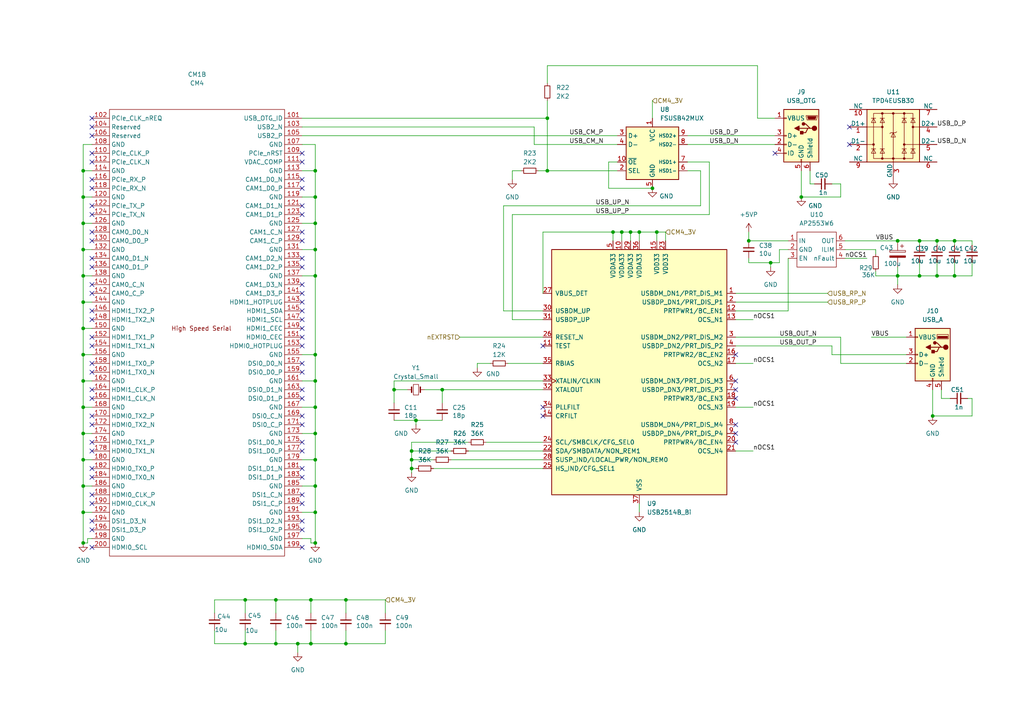
<source format=kicad_sch>
(kicad_sch (version 20231120) (generator "eeschema") (generator_version "8.0")
  (paper "A4")
  (title_block (title "Open Pedalboard Mainboard") (date "2024-10-16") (rev "4.0.1-RC") (company "https://github.com/pedalboard") (comment 1 "Source Code: https://github.com/pedalboard/pedalboard-hw") (comment 2 "License: CERN Open Hardware Licence Version 2 - Permissive") (comment 3 "Git commit hash: ${GIT_HASH}"))
  (junction (at 276.86 69.85))
  (junction (at 185.42 67.31))
  (junction (at 24.13 57.15))
  (junction (at 182.88 67.31))
  (junction (at 190.5 67.31))
  (junction (at 91.44 157.48))
  (junction (at 24.13 148.59))
  (junction (at 189.23 54.61))
  (junction (at 91.44 80.01))
  (junction (at 223.52 76.2))
  (junction (at 80.01 173.99))
  (junction (at 217.17 69.85))
  (junction (at 271.78 69.85))
  (junction (at 91.44 148.59))
  (junction (at 86.36 186.69))
  (junction (at 24.13 80.01))
  (junction (at 24.13 110.49))
  (junction (at 91.44 72.39))
  (junction (at 260.35 80.01))
  (junction (at 270.51 120.65))
  (junction (at 91.44 133.35))
  (junction (at 100.33 173.99))
  (junction (at 24.13 133.35))
  (junction (at 119.38 135.89))
  (junction (at 24.13 64.77))
  (junction (at 91.44 102.87))
  (junction (at 91.44 110.49))
  (junction (at 260.35 69.85))
  (junction (at 114.3 113.03))
  (junction (at 24.13 102.87))
  (junction (at 180.34 67.31))
  (junction (at 91.44 57.15))
  (junction (at 119.38 133.35))
  (junction (at 158.75 34.29))
  (junction (at 24.13 72.39))
  (junction (at 232.41 57.15))
  (junction (at 120.65 121.92))
  (junction (at 24.13 49.53))
  (junction (at 24.13 87.63))
  (junction (at 24.13 157.48))
  (junction (at 71.12 186.69))
  (junction (at 128.27 113.03))
  (junction (at 90.17 186.69))
  (junction (at 80.01 186.69))
  (junction (at 266.7 80.01))
  (junction (at 266.7 69.85))
  (junction (at 91.44 64.77))
  (junction (at 91.44 118.11))
  (junction (at 24.13 118.11))
  (junction (at 24.13 140.97))
  (junction (at 100.33 186.69))
  (junction (at 91.44 125.73))
  (junction (at 158.75 49.53))
  (junction (at 91.44 140.97))
  (junction (at 276.86 80.01))
  (junction (at 119.38 130.81))
  (junction (at 177.8 67.31))
  (junction (at 271.78 80.01))
  (junction (at 24.13 95.25))
  (junction (at 91.44 49.53))
  (junction (at 90.17 173.99))
  (junction (at 24.13 125.73))
  (junction (at 71.12 173.99))
  (no_connect (at 26.67 113.03))
  (no_connect (at 26.67 62.23))
  (no_connect (at 26.67 82.55))
  (no_connect (at 87.63 92.71))
  (no_connect (at 87.63 138.43))
  (no_connect (at 26.67 120.65))
  (no_connect (at 26.67 36.83))
  (no_connect (at 213.36 125.73))
  (no_connect (at 87.63 120.65))
  (no_connect (at 26.67 158.75))
  (no_connect (at 87.63 59.69))
  (no_connect (at 26.67 54.61))
  (no_connect (at 157.48 100.33))
  (no_connect (at 157.48 118.11))
  (no_connect (at 213.36 115.57))
  (no_connect (at 26.67 115.57))
  (no_connect (at 87.63 77.47))
  (no_connect (at 87.63 107.95))
  (no_connect (at 26.67 153.67))
  (no_connect (at 246.38 36.83))
  (no_connect (at 26.67 143.51))
  (no_connect (at 87.63 115.57))
  (no_connect (at 87.63 105.41))
  (no_connect (at 87.63 97.79))
  (no_connect (at 87.63 74.93))
  (no_connect (at 26.67 146.05))
  (no_connect (at 87.63 95.25))
  (no_connect (at 87.63 52.07))
  (no_connect (at 87.63 62.23))
  (no_connect (at 246.38 41.91))
  (no_connect (at 26.67 138.43))
  (no_connect (at 26.67 130.81))
  (no_connect (at 87.63 44.45))
  (no_connect (at 213.36 102.87))
  (no_connect (at 87.63 128.27))
  (no_connect (at 87.63 151.13))
  (no_connect (at 87.63 87.63))
  (no_connect (at 26.67 151.13))
  (no_connect (at 87.63 69.85))
  (no_connect (at 157.48 120.65))
  (no_connect (at 26.67 100.33))
  (no_connect (at 87.63 90.17))
  (no_connect (at 87.63 143.51))
  (no_connect (at 26.67 69.85))
  (no_connect (at 87.63 67.31))
  (no_connect (at 26.67 34.29))
  (no_connect (at 87.63 85.09))
  (no_connect (at 26.67 59.69))
  (no_connect (at 87.63 153.67))
  (no_connect (at 87.63 100.33))
  (no_connect (at 213.36 113.03))
  (no_connect (at 26.67 46.99))
  (no_connect (at 87.63 158.75))
  (no_connect (at 26.67 52.07))
  (no_connect (at 87.63 123.19))
  (no_connect (at 87.63 54.61))
  (no_connect (at 213.36 110.49))
  (no_connect (at 26.67 105.41))
  (no_connect (at 26.67 44.45))
  (no_connect (at 26.67 85.09))
  (no_connect (at 213.36 123.19))
  (no_connect (at 26.67 39.37))
  (no_connect (at 87.63 46.99))
  (no_connect (at 87.63 146.05))
  (no_connect (at 26.67 123.19))
  (no_connect (at 87.63 113.03))
  (no_connect (at 26.67 135.89))
  (no_connect (at 87.63 82.55))
  (no_connect (at 87.63 130.81))
  (no_connect (at 26.67 90.17))
  (no_connect (at 224.79 44.45))
  (no_connect (at 87.63 135.89))
  (no_connect (at 26.67 77.47))
  (no_connect (at 26.67 128.27))
  (no_connect (at 26.67 107.95))
  (no_connect (at 26.67 97.79))
  (no_connect (at 26.67 92.71))
  (no_connect (at 26.67 67.31))
  (no_connect (at 26.67 74.93))
  (no_connect (at 213.36 128.27))
  (wire (pts (xy 280.67 115.57) (xy 281.94 115.57)))
  (wire (pts (xy 111.76 177.8) (xy 111.76 173.99)))
  (wire (pts (xy 26.67 95.25) (xy 24.13 95.25)))
  (wire (pts (xy 213.36 87.63) (xy 240.03 87.63)))
  (wire (pts (xy 180.34 67.31) (xy 180.34 69.85)))
  (wire (pts (xy 100.33 177.8) (xy 100.33 173.99)))
  (wire (pts (xy 71.12 186.69) (xy 80.01 186.69)))
  (wire (pts (xy 87.63 72.39) (xy 91.44 72.39)))
  (wire (pts (xy 177.8 67.31) (xy 180.34 67.31)))
  (wire (pts (xy 254 80.01) (xy 254 78.74)))
  (wire (pts (xy 91.44 49.53) (xy 91.44 57.15)))
  (wire (pts (xy 26.67 140.97) (xy 24.13 140.97)))
  (wire (pts (xy 26.67 57.15) (xy 24.13 57.15)))
  (wire (pts (xy 91.44 133.35) (xy 91.44 140.97)))
  (wire (pts (xy 271.78 69.85) (xy 271.78 71.12)))
  (wire (pts (xy 148.59 92.71) (xy 157.48 92.71)))
  (wire (pts (xy 91.44 80.01) (xy 91.44 102.87)))
  (wire (pts (xy 148.59 49.53) (xy 148.59 52.07)))
  (wire (pts (xy 87.63 148.59) (xy 91.44 148.59)))
  (wire (pts (xy 158.75 49.53) (xy 179.07 49.53)))
  (wire (pts (xy 185.42 67.31) (xy 185.42 69.85)))
  (wire (pts (xy 146.05 90.17) (xy 157.48 90.17)))
  (wire (pts (xy 24.13 125.73) (xy 24.13 133.35)))
  (wire (pts (xy 24.13 118.11) (xy 24.13 125.73)))
  (wire (pts (xy 217.17 76.2) (xy 223.52 76.2)))
  (wire (pts (xy 87.63 57.15) (xy 91.44 57.15)))
  (wire (pts (xy 271.78 69.85) (xy 276.86 69.85)))
  (wire (pts (xy 62.23 173.99) (xy 71.12 173.99)))
  (wire (pts (xy 123.19 113.03) (xy 128.27 113.03)))
  (wire (pts (xy 276.86 69.85) (xy 281.94 69.85)))
  (wire (pts (xy 24.13 110.49) (xy 24.13 118.11)))
  (wire (pts (xy 270.51 120.65) (xy 281.94 120.65)))
  (wire (pts (xy 260.35 69.85) (xy 266.7 69.85)))
  (wire (pts (xy 24.13 49.53) (xy 24.13 57.15)))
  (wire (pts (xy 87.63 118.11) (xy 91.44 118.11)))
  (wire (pts (xy 87.63 125.73) (xy 91.44 125.73)))
  (wire (pts (xy 182.88 67.31) (xy 182.88 69.85)))
  (wire (pts (xy 133.35 97.79) (xy 157.48 97.79)))
  (wire (pts (xy 62.23 182.88) (xy 62.23 186.69)))
  (wire (pts (xy 87.63 102.87) (xy 91.44 102.87)))
  (wire (pts (xy 217.17 67.31) (xy 217.17 69.85)))
  (wire (pts (xy 24.13 102.87) (xy 24.13 110.49)))
  (wire (pts (xy 236.22 53.34) (xy 234.95 53.34)))
  (wire (pts (xy 24.13 148.59) (xy 24.13 157.48)))
  (wire (pts (xy 241.3 102.87) (xy 241.3 100.33)))
  (wire (pts (xy 142.24 105.41) (xy 138.43 105.41)))
  (wire (pts (xy 119.38 135.89) (xy 120.65 135.89)))
  (wire (pts (xy 205.74 62.23) (xy 148.59 62.23)))
  (wire (pts (xy 213.36 118.11) (xy 218.44 118.11)))
  (wire (pts (xy 266.7 69.85) (xy 266.7 71.12)))
  (wire (pts (xy 276.86 69.85) (xy 276.86 71.12)))
  (wire (pts (xy 26.67 72.39) (xy 24.13 72.39)))
  (wire (pts (xy 87.63 34.29) (xy 158.75 34.29)))
  (wire (pts (xy 130.81 133.35) (xy 157.48 133.35)))
  (wire (pts (xy 24.13 49.53) (xy 26.67 49.53)))
  (wire (pts (xy 158.75 19.05) (xy 158.75 24.13)))
  (wire (pts (xy 62.23 186.69) (xy 71.12 186.69)))
  (wire (pts (xy 157.48 85.09) (xy 157.48 67.31)))
  (wire (pts (xy 25.4 156.21) (xy 25.4 157.48)))
  (wire (pts (xy 273.05 115.57) (xy 275.59 115.57)))
  (wire (pts (xy 91.44 72.39) (xy 91.44 80.01)))
  (wire (pts (xy 245.11 69.85) (xy 260.35 69.85)))
  (wire (pts (xy 26.67 102.87) (xy 24.13 102.87)))
  (wire (pts (xy 87.63 140.97) (xy 91.44 140.97)))
  (wire (pts (xy 189.23 29.21) (xy 189.23 34.29)))
  (wire (pts (xy 87.63 64.77) (xy 91.44 64.77)))
  (wire (pts (xy 26.67 125.73) (xy 24.13 125.73)))
  (wire (pts (xy 86.36 186.69) (xy 90.17 186.69)))
  (wire (pts (xy 135.89 128.27) (xy 119.38 128.27)))
  (wire (pts (xy 71.12 182.88) (xy 71.12 186.69)))
  (wire (pts (xy 25.4 157.48) (xy 24.13 157.48)))
  (wire (pts (xy 213.36 105.41) (xy 218.44 105.41)))
  (wire (pts (xy 24.13 140.97) (xy 24.13 148.59)))
  (wire (pts (xy 87.63 156.21) (xy 90.17 156.21)))
  (wire (pts (xy 254 80.01) (xy 260.35 80.01)))
  (wire (pts (xy 24.13 57.15) (xy 24.13 64.77)))
  (wire (pts (xy 90.17 156.21) (xy 90.17 157.48)))
  (wire (pts (xy 128.27 113.03) (xy 128.27 116.84)))
  (wire (pts (xy 80.01 177.8) (xy 80.01 173.99)))
  (wire (pts (xy 80.01 173.99) (xy 90.17 173.99)))
  (wire (pts (xy 157.48 110.49) (xy 114.3 110.49)))
  (wire (pts (xy 146.05 90.17) (xy 146.05 59.69)))
  (wire (pts (xy 87.63 80.01) (xy 91.44 80.01)))
  (wire (pts (xy 179.07 46.99) (xy 176.53 46.99)))
  (wire (pts (xy 232.41 57.15) (xy 243.84 57.15)))
  (wire (pts (xy 241.3 53.34) (xy 243.84 53.34)))
  (wire (pts (xy 243.84 105.41) (xy 262.89 105.41)))
  (wire (pts (xy 151.13 49.53) (xy 148.59 49.53)))
  (wire (pts (xy 190.5 67.31) (xy 193.04 67.31)))
  (wire (pts (xy 26.67 110.49) (xy 24.13 110.49)))
  (wire (pts (xy 205.74 46.99) (xy 205.74 62.23)))
  (wire (pts (xy 199.39 41.91) (xy 224.79 41.91)))
  (wire (pts (xy 147.32 105.41) (xy 157.48 105.41)))
  (wire (pts (xy 199.39 39.37) (xy 224.79 39.37)))
  (wire (pts (xy 91.44 64.77) (xy 91.44 72.39)))
  (wire (pts (xy 114.3 110.49) (xy 114.3 113.03)))
  (wire (pts (xy 24.13 41.91) (xy 24.13 49.53)))
  (wire (pts (xy 119.38 137.16) (xy 119.38 135.89)))
  (wire (pts (xy 226.06 72.39) (xy 226.06 76.2)))
  (wire (pts (xy 91.44 41.91) (xy 91.44 49.53)))
  (wire (pts (xy 158.75 19.05) (xy 219.71 19.05)))
  (wire (pts (xy 87.63 39.37) (xy 179.07 39.37)))
  (wire (pts (xy 114.3 113.03) (xy 114.3 116.84)))
  (wire (pts (xy 276.86 80.01) (xy 281.94 80.01)))
  (wire (pts (xy 243.84 53.34) (xy 243.84 57.15)))
  (wire (pts (xy 180.34 67.31) (xy 182.88 67.31)))
  (wire (pts (xy 24.13 64.77) (xy 24.13 72.39)))
  (wire (pts (xy 91.44 148.59) (xy 91.44 157.48)))
  (wire (pts (xy 270.51 113.03) (xy 270.51 120.65)))
  (wire (pts (xy 266.7 80.01) (xy 271.78 80.01)))
  (wire (pts (xy 176.53 54.61) (xy 189.23 54.61)))
  (wire (pts (xy 234.95 53.34) (xy 234.95 49.53)))
  (wire (pts (xy 243.84 97.79) (xy 243.84 105.41)))
  (wire (pts (xy 203.2 59.69) (xy 203.2 49.53)))
  (wire (pts (xy 86.36 186.69) (xy 86.36 189.23)))
  (wire (pts (xy 100.33 173.99) (xy 111.76 173.99)))
  (wire (pts (xy 90.17 186.69) (xy 100.33 186.69)))
  (wire (pts (xy 90.17 177.8) (xy 90.17 173.99)))
  (wire (pts (xy 213.36 97.79) (xy 243.84 97.79)))
  (wire (pts (xy 252.73 97.79) (xy 262.89 97.79)))
  (wire (pts (xy 120.65 121.92) (xy 120.65 123.19)))
  (wire (pts (xy 154.94 41.91) (xy 179.07 41.91)))
  (wire (pts (xy 26.67 118.11) (xy 24.13 118.11)))
  (wire (pts (xy 138.43 105.41) (xy 138.43 106.68)))
  (wire (pts (xy 146.05 59.69) (xy 203.2 59.69)))
  (wire (pts (xy 111.76 182.88) (xy 111.76 186.69)))
  (wire (pts (xy 140.97 128.27) (xy 157.48 128.27)))
  (wire (pts (xy 125.73 133.35) (xy 119.38 133.35)))
  (wire (pts (xy 185.42 67.31) (xy 190.5 67.31)))
  (wire (pts (xy 119.38 133.35) (xy 119.38 135.89)))
  (wire (pts (xy 114.3 121.92) (xy 120.65 121.92)))
  (wire (pts (xy 87.63 41.91) (xy 91.44 41.91)))
  (wire (pts (xy 185.42 146.05) (xy 185.42 148.59)))
  (wire (pts (xy 219.71 34.29) (xy 224.79 34.29)))
  (wire (pts (xy 157.48 67.31) (xy 177.8 67.31)))
  (wire (pts (xy 148.59 62.23) (xy 148.59 92.71)))
  (wire (pts (xy 128.27 113.03) (xy 157.48 113.03)))
  (wire (pts (xy 213.36 100.33) (xy 241.3 100.33)))
  (wire (pts (xy 228.6 74.93) (xy 228.6 90.17)))
  (wire (pts (xy 245.11 74.93) (xy 251.46 74.93)))
  (wire (pts (xy 260.35 80.01) (xy 266.7 80.01)))
  (wire (pts (xy 260.35 80.01) (xy 260.35 82.55)))
  (wire (pts (xy 182.88 67.31) (xy 185.42 67.31)))
  (wire (pts (xy 176.53 46.99) (xy 176.53 54.61)))
  (wire (pts (xy 154.94 36.83) (xy 154.94 41.91)))
  (wire (pts (xy 281.94 69.85) (xy 281.94 71.12)))
  (wire (pts (xy 254 73.66) (xy 254 72.39)))
  (wire (pts (xy 213.36 130.81) (xy 218.44 130.81)))
  (wire (pts (xy 203.2 49.53) (xy 199.39 49.53)))
  (wire (pts (xy 91.44 118.11) (xy 91.44 125.73)))
  (wire (pts (xy 26.67 133.35) (xy 24.13 133.35)))
  (wire (pts (xy 130.81 130.81) (xy 119.38 130.81)))
  (wire (pts (xy 273.05 113.03) (xy 273.05 115.57)))
  (wire (pts (xy 87.63 133.35) (xy 91.44 133.35)))
  (wire (pts (xy 91.44 102.87) (xy 91.44 110.49)))
  (wire (pts (xy 24.13 80.01) (xy 24.13 87.63)))
  (wire (pts (xy 100.33 182.88) (xy 100.33 186.69)))
  (wire (pts (xy 156.21 49.53) (xy 158.75 49.53)))
  (wire (pts (xy 125.73 135.89) (xy 157.48 135.89)))
  (wire (pts (xy 26.67 41.91) (xy 24.13 41.91)))
  (wire (pts (xy 135.89 130.81) (xy 157.48 130.81)))
  (wire (pts (xy 90.17 157.48) (xy 91.44 157.48)))
  (wire (pts (xy 24.13 95.25) (xy 24.13 102.87)))
  (wire (pts (xy 190.5 67.31) (xy 190.5 69.85)))
  (wire (pts (xy 228.6 72.39) (xy 226.06 72.39)))
  (wire (pts (xy 217.17 76.2) (xy 217.17 74.93)))
  (wire (pts (xy 281.94 115.57) (xy 281.94 120.65)))
  (wire (pts (xy 276.86 76.2) (xy 276.86 80.01)))
  (wire (pts (xy 26.67 87.63) (xy 24.13 87.63)))
  (wire (pts (xy 219.71 19.05) (xy 219.71 34.29)))
  (wire (pts (xy 80.01 186.69) (xy 86.36 186.69)))
  (wire (pts (xy 262.89 102.87) (xy 241.3 102.87)))
  (wire (pts (xy 71.12 173.99) (xy 80.01 173.99)))
  (wire (pts (xy 177.8 67.31) (xy 177.8 69.85)))
  (wire (pts (xy 199.39 46.99) (xy 205.74 46.99)))
  (wire (pts (xy 87.63 36.83) (xy 154.94 36.83)))
  (wire (pts (xy 91.44 125.73) (xy 91.44 133.35)))
  (wire (pts (xy 91.44 110.49) (xy 91.44 118.11)))
  (wire (pts (xy 62.23 177.8) (xy 62.23 173.99)))
  (wire (pts (xy 213.36 90.17) (xy 228.6 90.17)))
  (wire (pts (xy 91.44 57.15) (xy 91.44 64.77)))
  (wire (pts (xy 26.67 148.59) (xy 24.13 148.59)))
  (wire (pts (xy 87.63 49.53) (xy 91.44 49.53)))
  (wire (pts (xy 266.7 76.2) (xy 266.7 80.01)))
  (wire (pts (xy 266.7 69.85) (xy 271.78 69.85)))
  (wire (pts (xy 100.33 186.69) (xy 111.76 186.69)))
  (wire (pts (xy 217.17 69.85) (xy 228.6 69.85)))
  (wire (pts (xy 120.65 121.92) (xy 128.27 121.92)))
  (wire (pts (xy 158.75 34.29) (xy 158.75 49.53)))
  (wire (pts (xy 223.52 77.47) (xy 223.52 76.2)))
  (wire (pts (xy 87.63 110.49) (xy 91.44 110.49)))
  (wire (pts (xy 24.13 72.39) (xy 24.13 80.01)))
  (wire (pts (xy 223.52 76.2) (xy 226.06 76.2)))
  (wire (pts (xy 24.13 87.63) (xy 24.13 95.25)))
  (wire (pts (xy 26.67 64.77) (xy 24.13 64.77)))
  (wire (pts (xy 260.35 77.47) (xy 260.35 80.01)))
  (wire (pts (xy 91.44 140.97) (xy 91.44 148.59)))
  (wire (pts (xy 90.17 173.99) (xy 100.33 173.99)))
  (wire (pts (xy 281.94 76.2) (xy 281.94 80.01)))
  (wire (pts (xy 254 72.39) (xy 245.11 72.39)))
  (wire (pts (xy 90.17 182.88) (xy 90.17 186.69)))
  (wire (pts (xy 232.41 49.53) (xy 232.41 57.15)))
  (wire (pts (xy 26.67 156.21) (xy 25.4 156.21)))
  (wire (pts (xy 271.78 76.2) (xy 271.78 80.01)))
  (wire (pts (xy 158.75 29.21) (xy 158.75 34.29)))
  (wire (pts (xy 71.12 173.99) (xy 71.12 177.8)))
  (wire (pts (xy 213.36 85.09) (xy 240.03 85.09)))
  (wire (pts (xy 271.78 80.01) (xy 276.86 80.01)))
  (wire (pts (xy 80.01 182.88) (xy 80.01 186.69)))
  (wire (pts (xy 26.67 80.01) (xy 24.13 80.01)))
  (wire (pts (xy 193.04 67.31) (xy 193.04 69.85)))
  (wire (pts (xy 119.38 128.27) (xy 119.38 130.81)))
  (wire (pts (xy 114.3 113.03) (xy 118.11 113.03)))
  (wire (pts (xy 213.36 92.71) (xy 218.44 92.71)))
  (wire (pts (xy 119.38 130.81) (xy 119.38 133.35)))
  (wire (pts (xy 24.13 133.35) (xy 24.13 140.97)))
  (label "USB_OUT_P" (at 226.06 100.33 0))
  (label "USB_D_P" (at 271.78 36.83 0))
  (label "nOCS1" (at 251.46 74.93 180))
  (label "VBUS" (at 252.73 97.79 0))
  (label "nOCS1" (at 218.44 118.11 0))
  (label "USB_UP_P" (at 172.72 62.23 0))
  (label "USB_CM_P" (at 165.1 39.37 0))
  (label "USB_UP_N" (at 172.72 59.69 0))
  (label "USB_OUT_N" (at 226.06 97.79 0))
  (label "nOCS1" (at 218.44 92.71 0))
  (label "VBUS" (at 254 69.85 0))
  (label "USB_D_N" (at 205.74 41.91 0))
  (label "USB_D_N" (at 271.78 41.91 0))
  (label "USB_D_P" (at 205.74 39.37 0))
  (label "nOCS1" (at 218.44 130.81 0))
  (label "nOCS1" (at 218.44 105.41 0))
  (label "USB_CM_N" (at 165.1 41.91 0))
  (hierarchical_label "CM4_3V" (shape input) (at 189.23 29.21 0))
  (hierarchical_label "USB_RP_P" (shape input) (at 240.03 87.63 0))
  (hierarchical_label "CM4_3V" (shape input) (at 111.76 173.99 0))
  (hierarchical_label "nEXTRST" (shape input) (at 133.35 97.79 180))
  (hierarchical_label "CM4_3V" (shape input) (at 193.04 67.31 0))
  (hierarchical_label "USB_RP_N" (shape input) (at 240.03 85.09 0))
  (symbol (lib_id "power:GND") (at 138.43 106.68 0) (unit 1)
    (property "Reference" "#PWR047" (effects (hide yes)))
    (property "Value" "GND" (at 143.002 108.458 0))
    (property "Description" "Power symbol creates a global label with name \"GND\" , ground" (effects (hide yes)))
  )
  (symbol (lib_id "Device:C_Small") (at 128.27 119.38 0) (unit 1)
    (property "Reference" "C25" (at 131.191 118.2116 0) (effects (justify left)))
    (property "Value" "18p" (at 131.191 120.523 0) (effects (justify left)))
    (property "Footprint" "Capacitor_SMD:C_0805_2012Metric" (effects (hide yes)))
    (property "Datasheet" "https://www.samsungsem.com/resources/file/global/support/product_catalog/MLCC.pdf" (effects (hide yes)))
    (property "Notes" "50V/5%" (effects (hide yes)))
    (property "Supplier" "https://www.digikey.ch/de/products/detail/samsung-electro-mechanics/CL21C270JCANNNC/3888280" (effects (hide yes)))
  )
  (symbol (lib_id "power:GND") (at 86.36 189.23 0) (unit 1)
    (property "Reference" "#PWR029" (effects (hide yes)))
    (property "Value" "GND" (at 86.36 194.31 0))
    (property "Description" "Power symbol creates a global label with name \"GND\" , ground" (effects (hide yes)))
  )
  (symbol (lib_id "Device:R_Small") (at 133.35 130.81 270) (unit 1)
    (property "Reference" "R26" (at 133.35 125.73 90))
    (property "Value" "36K" (at 133.35 128.27 90))
    (property "Footprint" "Resistor_SMD:R_0805_2012Metric" (effects (hide yes)))
    (property "Datasheet" "https://www.seielect.com/catalog/sei-rncp.pdf" (effects (hide yes)))
    (property "Supplier" "https://www.digikey.ch/de/products/detail/stackpole-electronics-inc/RNCP0805FTD1K00/2240229" (effects (hide yes)))
  )
  (symbol (lib_id "Interface_USB:FSUSB42MUX") (at 189.23 44.45 0) (unit 1)
    (property "Reference" "U8" (at 191.4241 31.75 0) (effects (justify left)))
    (property "Value" "FSUSB42MUX" (at 191.4241 34.29 0) (effects (justify left)))
    (property "Footprint" "Package_SO:TSSOP-10_3x3mm_P0.5mm" (effects (hide yes)))
    (property "Datasheet" "https://www.onsemi.com/pub/Collateral/FSUSB42-D.PDF" (effects (hide yes)))
    (property "Description" "Low-Power, Two-Port, High-Speed, USB2.0 (480Mbps) or UART Switch, MSOP-10" (effects (hide yes)))
    (property "Supplier" "https://www.digikey.ch/de/products/detail/onsemi/FSUSB42MUX/2036916" (effects (hide yes)))
  )
  (symbol (lib_id "Device:R_Small") (at 144.78 105.41 270) (unit 1)
    (property "Reference" "R24" (at 144.78 100.33 90))
    (property "Value" "12K" (at 144.78 102.87 90))
    (property "Footprint" "Resistor_SMD:R_0805_2012Metric" (effects (hide yes)))
    (property "Datasheet" "https://www.seielect.com/catalog/sei-rncp.pdf" (effects (hide yes)))
    (property "Supplier" "https://www.digikey.ch/de/products/detail/stackpole-electronics-inc/RNCP0805FTD1K00/2240229" (effects (hide yes)))
  )
  (symbol (lib_id "Device:C_Small") (at 271.78 73.66 0) (unit 1)
    (property "Reference" "C40" (at 270.51 72.136 0) (effects (justify left)))
    (property "Value" "10u" (at 269.24 75.692 0) (effects (justify left)))
    (property "Footprint" "Capacitor_SMD:C_0805_2012Metric" (effects (hide yes)))
    (property "Datasheet" "https://www.samsungsem.com/resources/file/global/support/product_catalog/MLCC.pdf" (effects (hide yes)))
    (property "Notes" "10% or 20% 35V Ceramic Capacitor X6S 0805 (2012 Metric)" (effects (hide yes)))
    (property "Supplier" "https://www.digikey.ch/de/products/detail/samsung-electro-mechanics/CL21X106KAYNNNE/5961182" (effects (hide yes)))
  )
  (symbol (lib_id "Device:R_Small") (at 153.67 49.53 270) (unit 1)
    (property "Reference" "R23" (at 153.67 44.45 90))
    (property "Value" "2K2" (at 153.67 46.99 90))
    (property "Footprint" "Resistor_SMD:R_0805_2012Metric" (effects (hide yes)))
    (property "Datasheet" "https://www.seielect.com/catalog/sei-rncp.pdf" (effects (hide yes)))
    (property "Supplier" "https://www.digikey.ch/de/products/detail/stackpole-electronics-inc/RNCP0805FTD1K00/2240229" (effects (hide yes)))
  )
  (symbol (lib_id "power:GND") (at 148.59 52.07 0) (unit 1)
    (property "Reference" "#PWR05" (effects (hide yes)))
    (property "Value" "GND" (at 148.59 57.15 0))
    (property "Description" "Power symbol creates a global label with name \"GND\" , ground" (effects (hide yes)))
  )
  (symbol (lib_id "Connector:USB_A") (at 270.51 102.87 0) (mirror y) (unit 1)
    (property "Reference" "J10" (at 270.51 90.17 0))
    (property "Value" "USB_A" (at 270.51 92.71 0))
    (property "Footprint" "Connector_USB:USB_A_Molex_67643_Horizontal" (effects (hide yes)))
    (property "Datasheet" "https://www.molex.com/en-us/products/part-detail/676433910?display=pdf" (effects (hide yes)))
    (property "Description" "USB Type A connector" (effects (hide yes)))
    (property "Supplier" "https://www.digikey.ch/de/products/detail/molex/0676433910/3598521" (effects (hide yes)))
  )
  (symbol (lib_id "power:GND") (at 119.38 137.16 0) (unit 1)
    (property "Reference" "#PWR064" (effects (hide yes)))
    (property "Value" "GND" (at 119.38 142.24 0))
    (property "Description" "Power symbol creates a global label with name \"GND\" , ground" (effects (hide yes)))
  )
  (symbol (lib_id "Device:C_Small") (at 217.17 72.39 0) (unit 1)
    (property "Reference" "C38" (at 220.091 71.2216 0) (effects (justify left)))
    (property "Value" "10u" (at 220.091 73.533 0) (effects (justify left)))
    (property "Footprint" "Capacitor_SMD:C_0805_2012Metric" (effects (hide yes)))
    (property "Datasheet" "https://www.samsungsem.com/resources/file/global/support/product_catalog/MLCC.pdf" (effects (hide yes)))
    (property "Notes" "10% or 20% 35V Ceramic Capacitor X6S 0805 (2012 Metric)" (effects (hide yes)))
    (property "Supplier" "https://www.digikey.ch/de/products/detail/samsung-electro-mechanics/CL21X106KAYNNNE/5961182" (effects (hide yes)))
  )
  (symbol (lib_id "power:+5VP") (at 217.17 67.31 0) (unit 1)
    (property "Reference" "#PWR067" (effects (hide yes)))
    (property "Value" "+5VP" (at 217.17 62.23 0))
    (property "Description" "Power symbol creates a global label with name \"+5VP\"" (effects (hide yes)))
  )
  (symbol (lib_id "Device:R_Small") (at 128.27 133.35 270) (unit 1)
    (property "Reference" "R27" (at 128.27 128.27 90))
    (property "Value" "36K" (at 128.27 130.81 90))
    (property "Footprint" "Resistor_SMD:R_0805_2012Metric" (effects (hide yes)))
    (property "Datasheet" "https://www.seielect.com/catalog/sei-rncp.pdf" (effects (hide yes)))
    (property "Supplier" "https://www.digikey.ch/de/products/detail/stackpole-electronics-inc/RNCP0805FTD1K00/2240229" (effects (hide yes)))
  )
  (symbol (lib_id "pedalboard:AP2553W6") (at 237.49 72.39 0) (unit 1)
    (property "Reference" "U10" (at 236.855 62.23 0))
    (property "Value" "AP2553W6" (at 236.855 64.77 0))
    (property "Footprint" "Package_TO_SOT_SMD:SOT-23-6" (effects (hide yes)))
    (property "Datasheet" "https://www.diodes.com/assets/Datasheets/AP255x.pdf" (effects (hide yes)))
    (property "Field4" "Digikey" (effects (hide yes)))
    (property "Field5" "AP2553W6-7DICT-ND" (effects (hide yes)))
  )
  (symbol (lib_id "Device:C_Small") (at 62.23 180.34 0) (unit 1)
    (property "Reference" "C44" (at 62.992 178.816 0) (effects (justify left)))
    (property "Value" "10u" (at 62.23 182.626 0) (effects (justify left)))
    (property "Footprint" "Capacitor_SMD:C_0805_2012Metric" (effects (hide yes)))
    (property "Datasheet" "https://www.samsungsem.com/resources/file/global/support/product_catalog/MLCC.pdf" (effects (hide yes)))
    (property "Notes" "10% or 20% 35V Ceramic Capacitor X6S 0805 (2012 Metric)" (effects (hide yes)))
    (property "Supplier" "https://www.digikey.ch/de/products/detail/samsung-electro-mechanics/CL21X106KAYNNNE/5961182" (effects (hide yes)))
  )
  (symbol (lib_id "Device:Crystal_Small") (at 120.65 113.03 0) (unit 1)
    (property "Reference" "Y1" (at 120.65 106.68 0))
    (property "Value" "Crystal_Small" (at 120.65 109.22 0))
    (property "Footprint" "Crystal:Crystal_SMD_5032-2Pin_5.0x3.2mm" (effects (hide yes)))
    (property "Datasheet" "https://www.ctscorp.com/Files/DataSheets/Passives/FCP/Crystals/crystals-445-datasheet.pdf" (effects (hide yes)))
    (property "Description" "Two pin crystal, small symbol" (effects (hide yes)))
    (property "Supplier" "https://www.digikey.ch/en/products/detail/cts-frequency-controls/445C33D24M00000/3135787" (effects (hide yes)))
  )
  (symbol (lib_id "Device:C_Small") (at 276.86 73.66 0) (unit 1)
    (property "Reference" "C41" (at 275.59 72.136 0) (effects (justify left)))
    (property "Value" "10u" (at 274.32 75.692 0) (effects (justify left)))
    (property "Footprint" "Capacitor_SMD:C_0805_2012Metric" (effects (hide yes)))
    (property "Datasheet" "https://www.samsungsem.com/resources/file/global/support/product_catalog/MLCC.pdf" (effects (hide yes)))
    (property "Notes" "10% or 20% 35V Ceramic Capacitor X6S 0805 (2012 Metric)" (effects (hide yes)))
    (property "Supplier" "https://www.digikey.ch/de/products/detail/samsung-electro-mechanics/CL21X106KAYNNNE/5961182" (effects (hide yes)))
  )
  (symbol (lib_id "Device:R_Small") (at 138.43 128.27 270) (unit 1)
    (property "Reference" "R25" (at 138.43 123.19 90))
    (property "Value" "36K" (at 138.43 125.73 90))
    (property "Footprint" "Resistor_SMD:R_0805_2012Metric" (effects (hide yes)))
    (property "Datasheet" "https://www.seielect.com/catalog/sei-rncp.pdf" (effects (hide yes)))
    (property "Supplier" "https://www.digikey.ch/de/products/detail/stackpole-electronics-inc/RNCP0805FTD1K00/2240229" (effects (hide yes)))
  )
  (symbol (lib_id "power:GND") (at 24.13 157.48 0) (unit 1)
    (property "Reference" "#PWR038" (effects (hide yes)))
    (property "Value" "GND" (at 24.13 162.56 0))
    (property "Description" "Power symbol creates a global label with name \"GND\" , ground" (effects (hide yes)))
  )
  (symbol (lib_id "power:GND") (at 260.35 82.55 0) (unit 1)
    (property "Reference" "#PWR069" (effects (hide yes)))
    (property "Value" "GND" (at 260.35 87.63 0))
    (property "Description" "Power symbol creates a global label with name \"GND\" , ground" (effects (hide yes)))
  )
  (symbol (lib_id "Device:C_Small") (at 111.76 180.34 0) (unit 1)
    (property "Reference" "C49" (at 114.681 179.1716 0) (effects (justify left)))
    (property "Value" "100n" (at 114.681 181.483 0) (effects (justify left)))
    (property "Footprint" "Capacitor_SMD:C_0805_2012Metric" (effects (hide yes)))
    (property "Datasheet" "https://www.samsungsem.com/resources/file/global/support/product_catalog/MLCC.pdf" (effects (hide yes)))
    (property "Digikey" "1276-1180-1-ND" (effects (hide yes)))
    (property "Mouser" "581-08055C104K" (effects (hide yes)))
    (property "Notes" "10% 16V Ceramic Capacitor X7R" (effects (hide yes)))
    (property "Supplier" "https://www.digikey.ch/de/products/detail/samsung-electro-mechanics/CL21B104KBCNNNC/3886661" (effects (hide yes)))
  )
  (symbol (lib_id "Device:C_Small") (at 281.94 73.66 0) (unit 1)
    (property "Reference" "C42" (at 279.654 72.136 0) (effects (justify left)))
    (property "Value" "10u" (at 279.4 75.692 0) (effects (justify left)))
    (property "Footprint" "Capacitor_SMD:C_0805_2012Metric" (effects (hide yes)))
    (property "Datasheet" "https://www.samsungsem.com/resources/file/global/support/product_catalog/MLCC.pdf" (effects (hide yes)))
    (property "Notes" "10% or 20% 35V Ceramic Capacitor X6S 0805 (2012 Metric)" (effects (hide yes)))
    (property "Supplier" "https://www.digikey.ch/de/products/detail/samsung-electro-mechanics/CL21X106KAYNNNE/5961182" (effects (hide yes)))
  )
  (symbol (lib_id "Device:R_Small") (at 123.19 135.89 270) (unit 1)
    (property "Reference" "R28" (at 123.19 130.81 90))
    (property "Value" "36K" (at 123.19 133.35 90))
    (property "Footprint" "Resistor_SMD:R_0805_2012Metric" (effects (hide yes)))
    (property "Datasheet" "https://www.seielect.com/catalog/sei-rncp.pdf" (effects (hide yes)))
    (property "Supplier" "https://www.digikey.ch/de/products/detail/stackpole-electronics-inc/RNCP0805FTD1K00/2240229" (effects (hide yes)))
  )
  (symbol (lib_id "Device:R_Small") (at 158.75 26.67 180) (unit 1)
    (property "Reference" "R22" (at 161.29 25.3999 0) (effects (justify right)))
    (property "Value" "2K2" (at 161.29 27.9399 0) (effects (justify right)))
    (property "Footprint" "Resistor_SMD:R_0805_2012Metric" (effects (hide yes)))
    (property "Datasheet" "https://www.seielect.com/catalog/sei-rncp.pdf" (effects (hide yes)))
    (property "Supplier" "https://www.digikey.ch/de/products/detail/stackpole-electronics-inc/RNCP0805FTD1K00/2240229" (effects (hide yes)))
  )
  (symbol (lib_id "Device:C_Small") (at 238.76 53.34 90) (unit 1)
    (property "Reference" "C50" (at 240.284 50.8 90) (effects (justify left)))
    (property "Value" "1n" (at 240.03 55.88 90) (effects (justify left)))
    (property "Footprint" "Capacitor_SMD:C_0805_2012Metric" (effects (hide yes)))
    (property "Datasheet" "https://www.samsungsem.com/resources/file/global/support/product_catalog/MLCC.pdf" (effects (hide yes)))
    (property "Notes" "1000 pF, 50 V" (effects (hide yes)))
    (property "Supplier" "https://www.digikey.ch/de/products/detail/samsung-electro-mechanics/CL21B102KBANNNC/3886678" (effects (hide yes)))
  )
  (symbol (lib_id "power:GND") (at 259.08 52.07 0) (unit 1)
    (property "Reference" "#PWR043" (effects (hide yes)))
    (property "Value" "GND" (at 259.08 57.15 0))
    (property "Description" "Power symbol creates a global label with name \"GND\" , ground" (effects (hide yes)))
  )
  (symbol (lib_id "Device:C_Small") (at 80.01 180.34 0) (unit 1)
    (property "Reference" "C46" (at 82.931 179.1716 0) (effects (justify left)))
    (property "Value" "100n" (at 82.931 181.483 0) (effects (justify left)))
    (property "Footprint" "Capacitor_SMD:C_0805_2012Metric" (effects (hide yes)))
    (property "Datasheet" "https://www.samsungsem.com/resources/file/global/support/product_catalog/MLCC.pdf" (effects (hide yes)))
    (property "Digikey" "1276-1180-1-ND" (effects (hide yes)))
    (property "Mouser" "581-08055C104K" (effects (hide yes)))
    (property "Notes" "10% 16V Ceramic Capacitor X7R" (effects (hide yes)))
    (property "Supplier" "https://www.digikey.ch/de/products/detail/samsung-electro-mechanics/CL21B104KBCNNNC/3886661" (effects (hide yes)))
  )
  (symbol (lib_id "Device:C_Small") (at 114.3 119.38 0) (unit 1)
    (property "Reference" "C11" (at 117.221 118.2116 0) (effects (justify left)))
    (property "Value" "18p" (at 117.221 120.523 0) (effects (justify left)))
    (property "Footprint" "Capacitor_SMD:C_0805_2012Metric" (effects (hide yes)))
    (property "Datasheet" "https://www.samsungsem.com/resources/file/global/support/product_catalog/MLCC.pdf" (effects (hide yes)))
    (property "Notes" "50V/5%" (effects (hide yes)))
    (property "Supplier" "https://www.digikey.ch/de/products/detail/samsung-electro-mechanics/CL21C270JCANNNC/3888280" (effects (hide yes)))
  )
  (symbol (lib_id "Device:R_Small") (at 254 76.2 180) (unit 1)
    (property "Reference" "R29" (at 249.174 77.724 0) (effects (justify right)))
    (property "Value" "36K" (at 249.936 79.756 0) (effects (justify right)))
    (property "Footprint" "Resistor_SMD:R_0805_2012Metric" (effects (hide yes)))
    (property "Datasheet" "https://www.seielect.com/catalog/sei-rncp.pdf" (effects (hide yes)))
    (property "Supplier" "https://www.digikey.ch/de/products/detail/stackpole-electronics-inc/RNCP0805FTD1K00/2240229" (effects (hide yes)))
  )
  (symbol (lib_id "Device:C_Small") (at 71.12 180.34 0) (unit 1)
    (property "Reference" "C45" (at 71.882 178.562 0) (effects (justify left)))
    (property "Value" "10u" (at 71.12 182.88 0) (effects (justify left)))
    (property "Footprint" "Capacitor_SMD:C_0805_2012Metric" (effects (hide yes)))
    (property "Datasheet" "https://www.samsungsem.com/resources/file/global/support/product_catalog/MLCC.pdf" (effects (hide yes)))
    (property "Notes" "10% or 20% 35V Ceramic Capacitor X6S 0805 (2012 Metric)" (effects (hide yes)))
    (property "Supplier" "https://www.digikey.ch/de/products/detail/samsung-electro-mechanics/CL21X106KAYNNNE/5961182" (effects (hide yes)))
  )
  (symbol (lib_id "pedalboard:CM4") (at -82.55 95.25 0) (unit 2)
    (property "Reference" "CM1" (at 57.15 21.59 0))
    (property "Value" "CM4" (at 57.15 24.13 0))
    (property "Footprint" "Pedalboard Library:Raspberry-Pi-4-Compute-Module" (effects (hide yes)))
    (property "Datasheet" "https://www.hirose.com/en/product/document?clcode=&productname=&series=DF40&documenttype=Catalog&lang=en&documentid=en_DF40_CAT" (effects (hide yes)))
    (property "Notes" "DF40C-100DS-0.4V(51)" (effects (hide yes)))
    (property "Supplier" "https://www.digikey.ch/de/products/detail/hirose-electric-co-ltd/DF40C-100DS-0-4V-51/1969476" (effects (hide yes)))
  )
  (symbol (lib_id "power:GND") (at 91.44 157.48 0) (unit 1)
    (property "Reference" "#PWR039" (effects (hide yes)))
    (property "Value" "GND" (at 91.44 162.56 0))
    (property "Description" "Power symbol creates a global label with name \"GND\" , ground" (effects (hide yes)))
  )
  (symbol (lib_id "Device:C_Small") (at 100.33 180.34 0) (unit 1)
    (property "Reference" "C48" (at 103.251 179.1716 0) (effects (justify left)))
    (property "Value" "100n" (at 103.251 181.483 0) (effects (justify left)))
    (property "Footprint" "Capacitor_SMD:C_0805_2012Metric" (effects (hide yes)))
    (property "Datasheet" "https://www.samsungsem.com/resources/file/global/support/product_catalog/MLCC.pdf" (effects (hide yes)))
    (property "Digikey" "1276-1180-1-ND" (effects (hide yes)))
    (property "Mouser" "581-08055C104K" (effects (hide yes)))
    (property "Notes" "10% 16V Ceramic Capacitor X7R" (effects (hide yes)))
    (property "Supplier" "https://www.digikey.ch/de/products/detail/samsung-electro-mechanics/CL21B104KBCNNNC/3886661" (effects (hide yes)))
  )
  (symbol (lib_id "Device:C_Small") (at 90.17 180.34 0) (unit 1)
    (property "Reference" "C47" (at 93.091 179.1716 0) (effects (justify left)))
    (property "Value" "100n" (at 93.091 181.483 0) (effects (justify left)))
    (property "Footprint" "Capacitor_SMD:C_0805_2012Metric" (effects (hide yes)))
    (property "Datasheet" "https://www.samsungsem.com/resources/file/global/support/product_catalog/MLCC.pdf" (effects (hide yes)))
    (property "Digikey" "1276-1180-1-ND" (effects (hide yes)))
    (property "Mouser" "581-08055C104K" (effects (hide yes)))
    (property "Notes" "10% 16V Ceramic Capacitor X7R" (effects (hide yes)))
    (property "Supplier" "https://www.digikey.ch/de/products/detail/samsung-electro-mechanics/CL21B104KBCNNNC/3886661" (effects (hide yes)))
  )
  (symbol (lib_id "Device:C_Small") (at 266.7 73.66 0) (unit 1)
    (property "Reference" "C39" (at 265.43 72.136 0) (effects (justify left)))
    (property "Value" "10u" (at 264.16 75.692 0) (effects (justify left)))
    (property "Footprint" "Capacitor_SMD:C_0805_2012Metric" (effects (hide yes)))
    (property "Datasheet" "https://www.samsungsem.com/resources/file/global/support/product_catalog/MLCC.pdf" (effects (hide yes)))
    (property "Notes" "10% or 20% 35V Ceramic Capacitor X6S 0805 (2012 Metric)" (effects (hide yes)))
    (property "Supplier" "https://www.digikey.ch/de/products/detail/samsung-electro-mechanics/CL21X106KAYNNNE/5961182" (effects (hide yes)))
  )
  (symbol (lib_id "power:GND") (at 185.42 148.59 0) (unit 1)
    (property "Reference" "#PWR026" (effects (hide yes)))
    (property "Value" "GND" (at 185.42 153.67 0))
    (property "Description" "Power symbol creates a global label with name \"GND\" , ground" (effects (hide yes)))
  )
  (symbol (lib_id "power:GND") (at 270.51 120.65 0) (unit 1)
    (property "Reference" "#PWR070" (effects (hide yes)))
    (property "Value" "GND" (at 270.51 125.73 0))
    (property "Description" "Power symbol creates a global label with name \"GND\" , ground" (effects (hide yes)))
  )
  (symbol (lib_id "Interface_USB:USB2514B_Bi") (at 185.42 107.95 0) (unit 1)
    (property "Reference" "U9" (at 187.6141 146.05 0) (effects (justify left)))
    (property "Value" "USB2514B_Bi" (at 187.6141 148.59 0) (effects (justify left)))
    (property "Footprint" "Package_DFN_QFN:QFN-36-1EP_6x6mm_P0.5mm_EP3.7x3.7mm" (effects (hide yes)))
    (property "Datasheet" "http://ww1.microchip.com/downloads/en/DeviceDoc/00001692C.pdf" (effects (hide yes)))
    (property "Description" "USB 2.0 Hi-Speed Hub Controller" (effects (hide yes)))
    (property "Supplier" "https://www.digikey.ch/de/products/detail/microchip-technology/USB2514B-I-M2/5639468" (effects (hide yes)))
  )
  (symbol (lib_id "power:GND") (at 223.52 77.47 0) (unit 1)
    (property "Reference" "#PWR068" (effects (hide yes)))
    (property "Value" "GND" (at 223.52 82.55 0))
    (property "Description" "Power symbol creates a global label with name \"GND\" , ground" (effects (hide yes)))
  )
  (symbol (lib_id "Power_Protection:TPD4EUSB30") (at 259.08 39.37 0) (unit 1)
    (property "Reference" "U11" (at 259.08 26.67 0))
    (property "Value" "TPD4EUSB30" (at 259.08 29.21 0))
    (property "Footprint" "Package_SON:USON-10_2.5x1.0mm_P0.5mm" (effects (hide yes)))
    (property "Datasheet" "http://www.ti.com/lit/ds/symlink/tpd2eusb30a.pdf" (effects (hide yes)))
    (property "Description" "4-Channel ESD Protection for Super-Speed USB 3.0 Interface, USON-10" (effects (hide yes)))
    (property "Supplier" "https://www.digikey.ch/de/products/detail/texas-instruments/TPD4EUSB30DQAR/2503665" (effects (hide yes)))
  )
  (symbol (lib_id "Device:C_Small") (at 278.13 115.57 90) (unit 1)
    (property "Reference" "C51" (at 279.654 113.03 90) (effects (justify left)))
    (property "Value" "1n" (at 279.4 118.11 90) (effects (justify left)))
    (property "Footprint" "Capacitor_SMD:C_0805_2012Metric" (effects (hide yes)))
    (property "Datasheet" "https://www.samsungsem.com/resources/file/global/support/product_catalog/MLCC.pdf" (effects (hide yes)))
    (property "Notes" "1000 pF, 50 V" (effects (hide yes)))
    (property "Supplier" "https://www.digikey.ch/de/products/detail/samsung-electro-mechanics/CL21B102KBANNNC/3886678" (effects (hide yes)))
  )
  (symbol (lib_id "power:GND") (at 120.65 123.19 0) (unit 1)
    (property "Reference" "#PWR065" (effects (hide yes)))
    (property "Value" "GND" (at 116.332 125.73 0))
    (property "Description" "Power symbol creates a global label with name \"GND\" , ground" (effects (hide yes)))
  )
  (symbol (lib_id "Device:C_Polarized") (at 260.35 73.66 0) (mirror y) (unit 1)
    (property "Reference" "C43" (at 259.08 71.882 0) (effects (justify left)))
    (property "Value" "100u" (at 261.366 76.454 0) (effects (justify left)))
    (property "Footprint" "Capacitor_Tantalum_SMD:CP_EIA-7343-31_Kemet-D" (effects (hide yes)))
    (property "Datasheet" "https://industrial.panasonic.com/cdbs/www-data/pdf/ABE0000/ABE0000C49.pdf" (effects (hide yes)))
    (property "Notes" "Capacitor, SP-Cap, 100u, 6.3V, 15mR ESR" (effects (hide yes)))
    (property "Supplier" "https://www.digikey.ch/de/products/detail/panasonic-electronic-components/EEF-CX0J101R/816418" (effects (hide yes)))
  )
  (symbol (lib_id "power:GND") (at 189.23 54.61 0) (unit 1)
    (property "Reference" "#PWR06" (effects (hide yes)))
    (property "Value" "GND" (at 193.294 56.896 0))
    (property "Description" "Power symbol creates a global label with name \"GND\" , ground" (effects (hide yes)))
  )
  (symbol (lib_id "Connector:USB_OTG") (at 232.41 39.37 0) (mirror y) (unit 1)
    (property "Reference" "J9" (at 232.41 26.67 0))
    (property "Value" "USB_OTG" (at 232.41 29.21 0))
    (property "Footprint" "Pedalboard Library:USB_Micro-B_Amphenol_10103594-0001LF_Horizontal" (effects (hide yes)))
    (property "Datasheet" "https://cdn.amphenol-cs.com/media/wysiwyg/files/documentation/datasheet/inputoutput/io_usb_micro.pdf" (effects (hide yes)))
    (property "Description" "USB mini/micro connector" (effects (hide yes)))
    (property "Supplier" "https://www.digikey.ch/de/products/detail/amphenol-cs-fci/10103594-0001LF/2350351" (effects (hide yes)))
  )
  (symbol (lib_id "power:GND") (at 232.41 57.15 0) (unit 1)
    (property "Reference" "#PWR066" (effects (hide yes)))
    (property "Value" "GND" (at 236.474 59.69 0))
    (property "Description" "Power symbol creates a global label with name \"GND\" , ground" (effects (hide yes)))
  )
)
</source>
